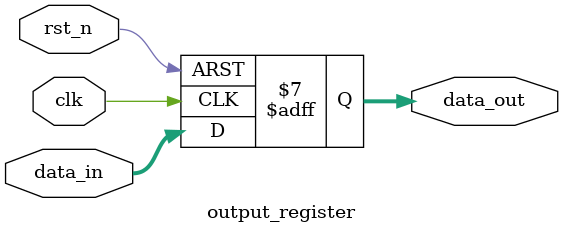
<source format=sv>
module clock_gated_priority_comp #(parameter WIDTH = 8)(
    input clk,
    input rst_n,
    input enable,
    input [WIDTH-1:0] data_in,
    output [$clog2(WIDTH)-1:0] priority_out
);
    // Internal signals
    wire gated_clk;
    wire [$clog2(WIDTH)-1:0] priority_value;
    wire [$clog2(WIDTH)-1:0] priority_stage1;
    
    // Clock gating submodule
    clock_gating_cell u_clock_gating (
        .clk(clk),
        .enable(enable),
        .gated_clk(gated_clk)
    );
    
    // Priority encoder submodule with pipelined architecture
    priority_encoder_pipelined #(
        .WIDTH(WIDTH)
    ) u_priority_encoder (
        .clk(gated_clk),
        .rst_n(rst_n),
        .data_in(data_in),
        .priority_stage1(priority_stage1),
        .priority_value(priority_value)
    );
    
    // Output register with reset control
    output_register #(
        .WIDTH($clog2(WIDTH))
    ) u_output_register (
        .clk(gated_clk),
        .rst_n(rst_n),
        .data_in(priority_value),
        .data_out(priority_out)
    );
    
endmodule

//-------------------------------------------------------------------------------
// Clock gating cell submodule
//-------------------------------------------------------------------------------
module clock_gating_cell (
    input clk,
    input enable,
    output gated_clk
);
    reg enable_latch;
    
    // Latch-based clock gating
    always @(clk or enable)
        if (!clk) enable_latch <= enable;
        
    // Gated clock output
    assign gated_clk = clk & enable_latch;
    
endmodule

//-------------------------------------------------------------------------------
// Pipelined Priority encoder submodule
//-------------------------------------------------------------------------------
module priority_encoder_pipelined #(parameter WIDTH = 8)(
    input clk,
    input rst_n,
    input [WIDTH-1:0] data_in,
    output reg [$clog2(WIDTH)-1:0] priority_stage1,
    output [$clog2(WIDTH)-1:0] priority_value
);
    reg [$clog2(WIDTH)-1:0] encoded_value;
    reg [WIDTH-1:0] data_upper, data_lower;
    reg upper_valid;
    
    // First pipeline stage - split input processing
    // Process upper and lower halves separately to reduce critical path
    always @(*) begin
        data_upper = data_in[WIDTH-1:WIDTH/2];
        data_lower = data_in[WIDTH/2-1:0];
        upper_valid = |data_upper;
        
        // First stage priority encoding - detect if upper half has any set bits
        if (upper_valid) begin
            // Pre-calculate MSB position in upper half
            encoded_value = 0;
            for (integer i = WIDTH-1; i >= WIDTH/2; i = i - 1)
                if (data_in[i]) encoded_value = i[$clog2(WIDTH)-1:0];
        end else begin
            // Pre-calculate MSB position in lower half
            encoded_value = 0;
            for (integer i = WIDTH/2-1; i >= 0; i = i - 1)
                if (data_in[i]) encoded_value = i[$clog2(WIDTH)-1:0];
        end
    end
    
    // Pipeline register to store intermediate results
    always @(posedge clk or negedge rst_n) begin
        if (!rst_n) begin
            priority_stage1 <= 0;
        end else begin
            priority_stage1 <= encoded_value;
        end
    end
    
    // Second pipeline stage output
    assign priority_value = priority_stage1;
    
endmodule

//-------------------------------------------------------------------------------
// Output register submodule
//-------------------------------------------------------------------------------
module output_register #(parameter WIDTH = 3)(
    input clk,
    input rst_n,
    input [WIDTH-1:0] data_in,
    output reg [WIDTH-1:0] data_out
);
    // Synchronous register with asynchronous reset
    always @(posedge clk or negedge rst_n) begin
        if (!rst_n) begin
            data_out <= 0;
        end else begin
            data_out <= data_in;
        end
    end
    
endmodule
</source>
